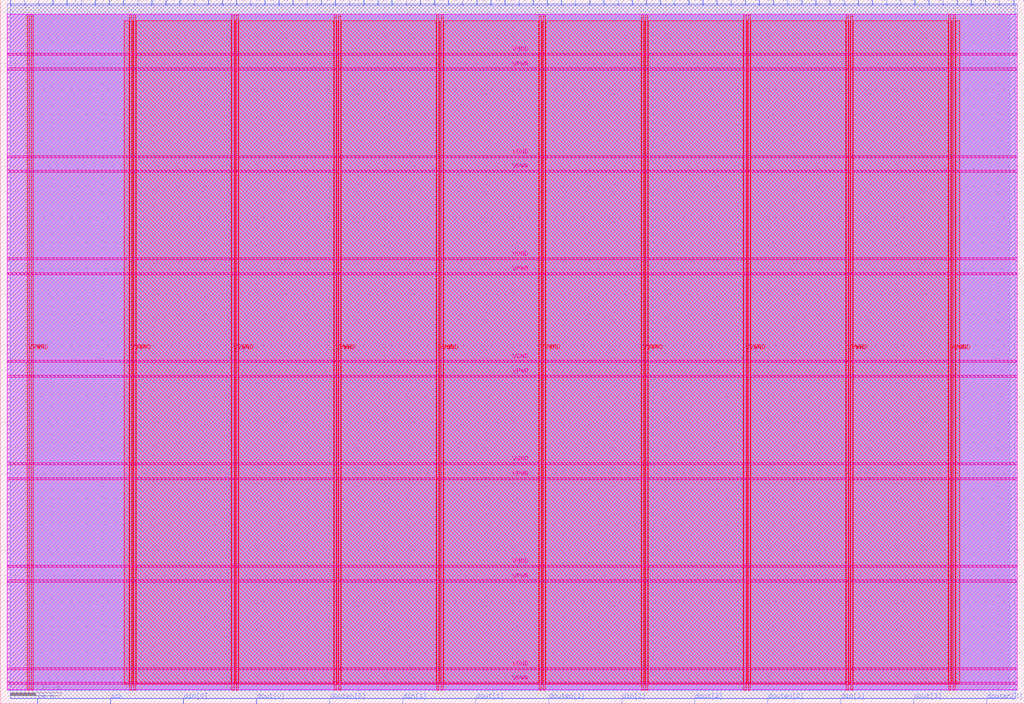
<source format=lef>
VERSION 5.7 ;
  NOWIREEXTENSIONATPIN ON ;
  DIVIDERCHAR "/" ;
  BUSBITCHARS "[]" ;
MACRO EF_QSPI_XIP_CTRL_AHBL
  CLASS BLOCK ;
  FOREIGN EF_QSPI_XIP_CTRL_AHBL ;
  ORIGIN 0.000 0.000 ;
  SIZE 800.000 BY 550.000 ;
  PIN HADDR[0]
    DIRECTION INPUT ;
    USE SIGNAL ;
    PORT
      LAYER met2 ;
        RECT 41.030 546.000 41.310 550.000 ;
    END
  END HADDR[0]
  PIN HADDR[10]
    DIRECTION INPUT ;
    USE SIGNAL ;
    ANTENNAGATEAREA 0.631200 ;
    ANTENNADIFFAREA 0.434700 ;
    PORT
      LAYER met2 ;
        RECT 151.430 546.000 151.710 550.000 ;
    END
  END HADDR[10]
  PIN HADDR[11]
    DIRECTION INPUT ;
    USE SIGNAL ;
    ANTENNAGATEAREA 0.631200 ;
    ANTENNADIFFAREA 0.434700 ;
    PORT
      LAYER met2 ;
        RECT 162.470 546.000 162.750 550.000 ;
    END
  END HADDR[11]
  PIN HADDR[12]
    DIRECTION INPUT ;
    USE SIGNAL ;
    ANTENNAGATEAREA 0.560700 ;
    ANTENNADIFFAREA 0.434700 ;
    PORT
      LAYER met2 ;
        RECT 173.510 546.000 173.790 550.000 ;
    END
  END HADDR[12]
  PIN HADDR[13]
    DIRECTION INPUT ;
    USE SIGNAL ;
    ANTENNAGATEAREA 0.631200 ;
    ANTENNADIFFAREA 0.434700 ;
    PORT
      LAYER met2 ;
        RECT 184.550 546.000 184.830 550.000 ;
    END
  END HADDR[13]
  PIN HADDR[14]
    DIRECTION INPUT ;
    USE SIGNAL ;
    ANTENNAGATEAREA 0.631200 ;
    ANTENNADIFFAREA 0.434700 ;
    PORT
      LAYER met2 ;
        RECT 195.590 546.000 195.870 550.000 ;
    END
  END HADDR[14]
  PIN HADDR[15]
    DIRECTION INPUT ;
    USE SIGNAL ;
    ANTENNAGATEAREA 0.631200 ;
    ANTENNADIFFAREA 0.434700 ;
    PORT
      LAYER met2 ;
        RECT 206.630 546.000 206.910 550.000 ;
    END
  END HADDR[15]
  PIN HADDR[16]
    DIRECTION INPUT ;
    USE SIGNAL ;
    ANTENNAGATEAREA 0.631200 ;
    ANTENNADIFFAREA 0.434700 ;
    PORT
      LAYER met2 ;
        RECT 217.670 546.000 217.950 550.000 ;
    END
  END HADDR[16]
  PIN HADDR[17]
    DIRECTION INPUT ;
    USE SIGNAL ;
    ANTENNAGATEAREA 0.647700 ;
    ANTENNADIFFAREA 0.434700 ;
    PORT
      LAYER met2 ;
        RECT 228.710 546.000 228.990 550.000 ;
    END
  END HADDR[17]
  PIN HADDR[18]
    DIRECTION INPUT ;
    USE SIGNAL ;
    ANTENNAGATEAREA 0.560700 ;
    ANTENNADIFFAREA 0.434700 ;
    PORT
      LAYER met2 ;
        RECT 239.750 546.000 240.030 550.000 ;
    END
  END HADDR[18]
  PIN HADDR[19]
    DIRECTION INPUT ;
    USE SIGNAL ;
    ANTENNAGATEAREA 0.560700 ;
    ANTENNADIFFAREA 0.434700 ;
    PORT
      LAYER met2 ;
        RECT 250.790 546.000 251.070 550.000 ;
    END
  END HADDR[19]
  PIN HADDR[1]
    DIRECTION INPUT ;
    USE SIGNAL ;
    PORT
      LAYER met2 ;
        RECT 52.070 546.000 52.350 550.000 ;
    END
  END HADDR[1]
  PIN HADDR[20]
    DIRECTION INPUT ;
    USE SIGNAL ;
    ANTENNAGATEAREA 0.631200 ;
    ANTENNADIFFAREA 0.434700 ;
    PORT
      LAYER met2 ;
        RECT 261.830 546.000 262.110 550.000 ;
    END
  END HADDR[20]
  PIN HADDR[21]
    DIRECTION INPUT ;
    USE SIGNAL ;
    ANTENNAGATEAREA 0.631200 ;
    ANTENNADIFFAREA 0.434700 ;
    PORT
      LAYER met2 ;
        RECT 272.870 546.000 273.150 550.000 ;
    END
  END HADDR[21]
  PIN HADDR[22]
    DIRECTION INPUT ;
    USE SIGNAL ;
    ANTENNAGATEAREA 0.647700 ;
    ANTENNADIFFAREA 0.434700 ;
    PORT
      LAYER met2 ;
        RECT 283.910 546.000 284.190 550.000 ;
    END
  END HADDR[22]
  PIN HADDR[23]
    DIRECTION INPUT ;
    USE SIGNAL ;
    ANTENNAGATEAREA 0.631200 ;
    ANTENNADIFFAREA 0.434700 ;
    PORT
      LAYER met2 ;
        RECT 294.950 546.000 295.230 550.000 ;
    END
  END HADDR[23]
  PIN HADDR[24]
    DIRECTION INPUT ;
    USE SIGNAL ;
    PORT
      LAYER met2 ;
        RECT 305.990 546.000 306.270 550.000 ;
    END
  END HADDR[24]
  PIN HADDR[25]
    DIRECTION INPUT ;
    USE SIGNAL ;
    PORT
      LAYER met2 ;
        RECT 317.030 546.000 317.310 550.000 ;
    END
  END HADDR[25]
  PIN HADDR[26]
    DIRECTION INPUT ;
    USE SIGNAL ;
    PORT
      LAYER met2 ;
        RECT 328.070 546.000 328.350 550.000 ;
    END
  END HADDR[26]
  PIN HADDR[27]
    DIRECTION INPUT ;
    USE SIGNAL ;
    PORT
      LAYER met2 ;
        RECT 339.110 546.000 339.390 550.000 ;
    END
  END HADDR[27]
  PIN HADDR[28]
    DIRECTION INPUT ;
    USE SIGNAL ;
    PORT
      LAYER met2 ;
        RECT 350.150 546.000 350.430 550.000 ;
    END
  END HADDR[28]
  PIN HADDR[29]
    DIRECTION INPUT ;
    USE SIGNAL ;
    PORT
      LAYER met2 ;
        RECT 361.190 546.000 361.470 550.000 ;
    END
  END HADDR[29]
  PIN HADDR[2]
    DIRECTION INPUT ;
    USE SIGNAL ;
    ANTENNAGATEAREA 0.631200 ;
    ANTENNADIFFAREA 0.434700 ;
    PORT
      LAYER met2 ;
        RECT 63.110 546.000 63.390 550.000 ;
    END
  END HADDR[2]
  PIN HADDR[30]
    DIRECTION INPUT ;
    USE SIGNAL ;
    PORT
      LAYER met2 ;
        RECT 372.230 546.000 372.510 550.000 ;
    END
  END HADDR[30]
  PIN HADDR[31]
    DIRECTION INPUT ;
    USE SIGNAL ;
    PORT
      LAYER met2 ;
        RECT 383.270 546.000 383.550 550.000 ;
    END
  END HADDR[31]
  PIN HADDR[3]
    DIRECTION INPUT ;
    USE SIGNAL ;
    ANTENNAGATEAREA 0.647700 ;
    ANTENNADIFFAREA 0.434700 ;
    PORT
      LAYER met2 ;
        RECT 74.150 546.000 74.430 550.000 ;
    END
  END HADDR[3]
  PIN HADDR[4]
    DIRECTION INPUT ;
    USE SIGNAL ;
    ANTENNAGATEAREA 0.647700 ;
    ANTENNADIFFAREA 0.434700 ;
    PORT
      LAYER met2 ;
        RECT 85.190 546.000 85.470 550.000 ;
    END
  END HADDR[4]
  PIN HADDR[5]
    DIRECTION INPUT ;
    USE SIGNAL ;
    ANTENNAGATEAREA 3.563400 ;
    ANTENNADIFFAREA 0.869400 ;
    PORT
      LAYER met2 ;
        RECT 96.230 546.000 96.510 550.000 ;
    END
  END HADDR[5]
  PIN HADDR[6]
    DIRECTION INPUT ;
    USE SIGNAL ;
    ANTENNAGATEAREA 0.682200 ;
    ANTENNADIFFAREA 0.434700 ;
    PORT
      LAYER met2 ;
        RECT 107.270 546.000 107.550 550.000 ;
    END
  END HADDR[6]
  PIN HADDR[7]
    DIRECTION INPUT ;
    USE SIGNAL ;
    ANTENNAGATEAREA 1.424700 ;
    ANTENNADIFFAREA 0.434700 ;
    PORT
      LAYER met2 ;
        RECT 118.310 546.000 118.590 550.000 ;
    END
  END HADDR[7]
  PIN HADDR[8]
    DIRECTION INPUT ;
    USE SIGNAL ;
    ANTENNAGATEAREA 0.647700 ;
    ANTENNADIFFAREA 0.434700 ;
    PORT
      LAYER met2 ;
        RECT 129.350 546.000 129.630 550.000 ;
    END
  END HADDR[8]
  PIN HADDR[9]
    DIRECTION INPUT ;
    USE SIGNAL ;
    ANTENNAGATEAREA 0.631200 ;
    ANTENNADIFFAREA 0.434700 ;
    PORT
      LAYER met2 ;
        RECT 140.390 546.000 140.670 550.000 ;
    END
  END HADDR[9]
  PIN HCLK
    DIRECTION INPUT ;
    USE SIGNAL ;
    ANTENNAGATEAREA 1.286700 ;
    ANTENNADIFFAREA 0.434700 ;
    PORT
      LAYER met2 ;
        RECT 7.910 546.000 8.190 550.000 ;
    END
  END HCLK
  PIN HRDATA[0]
    DIRECTION OUTPUT ;
    USE SIGNAL ;
    ANTENNAGATEAREA 0.434700 ;
    ANTENNADIFFAREA 3.107700 ;
    PORT
      LAYER met2 ;
        RECT 449.510 546.000 449.790 550.000 ;
    END
  END HRDATA[0]
  PIN HRDATA[10]
    DIRECTION OUTPUT ;
    USE SIGNAL ;
    ANTENNAGATEAREA 0.434700 ;
    ANTENNADIFFAREA 3.107700 ;
    PORT
      LAYER met2 ;
        RECT 559.910 546.000 560.190 550.000 ;
    END
  END HRDATA[10]
  PIN HRDATA[11]
    DIRECTION OUTPUT ;
    USE SIGNAL ;
    ANTENNAGATEAREA 0.434700 ;
    ANTENNADIFFAREA 3.107700 ;
    PORT
      LAYER met2 ;
        RECT 570.950 546.000 571.230 550.000 ;
    END
  END HRDATA[11]
  PIN HRDATA[12]
    DIRECTION OUTPUT ;
    USE SIGNAL ;
    ANTENNAGATEAREA 0.434700 ;
    ANTENNADIFFAREA 3.107700 ;
    PORT
      LAYER met2 ;
        RECT 581.990 546.000 582.270 550.000 ;
    END
  END HRDATA[12]
  PIN HRDATA[13]
    DIRECTION OUTPUT ;
    USE SIGNAL ;
    ANTENNAGATEAREA 0.434700 ;
    ANTENNADIFFAREA 3.107700 ;
    PORT
      LAYER met2 ;
        RECT 593.030 546.000 593.310 550.000 ;
    END
  END HRDATA[13]
  PIN HRDATA[14]
    DIRECTION OUTPUT ;
    USE SIGNAL ;
    ANTENNAGATEAREA 0.434700 ;
    ANTENNADIFFAREA 3.107700 ;
    PORT
      LAYER met2 ;
        RECT 604.070 546.000 604.350 550.000 ;
    END
  END HRDATA[14]
  PIN HRDATA[15]
    DIRECTION OUTPUT ;
    USE SIGNAL ;
    ANTENNAGATEAREA 0.434700 ;
    ANTENNADIFFAREA 3.107700 ;
    PORT
      LAYER met2 ;
        RECT 615.110 546.000 615.390 550.000 ;
    END
  END HRDATA[15]
  PIN HRDATA[16]
    DIRECTION OUTPUT ;
    USE SIGNAL ;
    ANTENNAGATEAREA 0.434700 ;
    ANTENNADIFFAREA 3.107700 ;
    PORT
      LAYER met2 ;
        RECT 626.150 546.000 626.430 550.000 ;
    END
  END HRDATA[16]
  PIN HRDATA[17]
    DIRECTION OUTPUT ;
    USE SIGNAL ;
    ANTENNAGATEAREA 0.434700 ;
    ANTENNADIFFAREA 3.107700 ;
    PORT
      LAYER met2 ;
        RECT 637.190 546.000 637.470 550.000 ;
    END
  END HRDATA[17]
  PIN HRDATA[18]
    DIRECTION OUTPUT ;
    USE SIGNAL ;
    ANTENNAGATEAREA 0.434700 ;
    ANTENNADIFFAREA 3.107700 ;
    PORT
      LAYER met2 ;
        RECT 648.230 546.000 648.510 550.000 ;
    END
  END HRDATA[18]
  PIN HRDATA[19]
    DIRECTION OUTPUT ;
    USE SIGNAL ;
    ANTENNAGATEAREA 0.434700 ;
    ANTENNADIFFAREA 3.107700 ;
    PORT
      LAYER met2 ;
        RECT 659.270 546.000 659.550 550.000 ;
    END
  END HRDATA[19]
  PIN HRDATA[1]
    DIRECTION OUTPUT ;
    USE SIGNAL ;
    ANTENNAGATEAREA 0.434700 ;
    ANTENNADIFFAREA 3.107700 ;
    PORT
      LAYER met2 ;
        RECT 460.550 546.000 460.830 550.000 ;
    END
  END HRDATA[1]
  PIN HRDATA[20]
    DIRECTION OUTPUT ;
    USE SIGNAL ;
    ANTENNAGATEAREA 0.434700 ;
    ANTENNADIFFAREA 3.107700 ;
    PORT
      LAYER met2 ;
        RECT 670.310 546.000 670.590 550.000 ;
    END
  END HRDATA[20]
  PIN HRDATA[21]
    DIRECTION OUTPUT ;
    USE SIGNAL ;
    ANTENNAGATEAREA 0.434700 ;
    ANTENNADIFFAREA 3.107700 ;
    PORT
      LAYER met2 ;
        RECT 681.350 546.000 681.630 550.000 ;
    END
  END HRDATA[21]
  PIN HRDATA[22]
    DIRECTION OUTPUT ;
    USE SIGNAL ;
    ANTENNAGATEAREA 0.434700 ;
    ANTENNADIFFAREA 3.107700 ;
    PORT
      LAYER met2 ;
        RECT 692.390 546.000 692.670 550.000 ;
    END
  END HRDATA[22]
  PIN HRDATA[23]
    DIRECTION OUTPUT ;
    USE SIGNAL ;
    ANTENNAGATEAREA 0.434700 ;
    ANTENNADIFFAREA 3.107700 ;
    PORT
      LAYER met2 ;
        RECT 703.430 546.000 703.710 550.000 ;
    END
  END HRDATA[23]
  PIN HRDATA[24]
    DIRECTION OUTPUT ;
    USE SIGNAL ;
    ANTENNAGATEAREA 0.434700 ;
    ANTENNADIFFAREA 3.107700 ;
    PORT
      LAYER met2 ;
        RECT 714.470 546.000 714.750 550.000 ;
    END
  END HRDATA[24]
  PIN HRDATA[25]
    DIRECTION OUTPUT ;
    USE SIGNAL ;
    ANTENNAGATEAREA 0.434700 ;
    ANTENNADIFFAREA 3.107700 ;
    PORT
      LAYER met2 ;
        RECT 725.510 546.000 725.790 550.000 ;
    END
  END HRDATA[25]
  PIN HRDATA[26]
    DIRECTION OUTPUT ;
    USE SIGNAL ;
    ANTENNAGATEAREA 0.434700 ;
    ANTENNADIFFAREA 3.107700 ;
    PORT
      LAYER met2 ;
        RECT 736.550 546.000 736.830 550.000 ;
    END
  END HRDATA[26]
  PIN HRDATA[27]
    DIRECTION OUTPUT ;
    USE SIGNAL ;
    ANTENNAGATEAREA 0.434700 ;
    ANTENNADIFFAREA 3.107700 ;
    PORT
      LAYER met2 ;
        RECT 747.590 546.000 747.870 550.000 ;
    END
  END HRDATA[27]
  PIN HRDATA[28]
    DIRECTION OUTPUT ;
    USE SIGNAL ;
    ANTENNAGATEAREA 0.434700 ;
    ANTENNADIFFAREA 3.107700 ;
    PORT
      LAYER met2 ;
        RECT 758.630 546.000 758.910 550.000 ;
    END
  END HRDATA[28]
  PIN HRDATA[29]
    DIRECTION OUTPUT ;
    USE SIGNAL ;
    ANTENNAGATEAREA 0.434700 ;
    ANTENNADIFFAREA 3.107700 ;
    PORT
      LAYER met2 ;
        RECT 769.670 546.000 769.950 550.000 ;
    END
  END HRDATA[29]
  PIN HRDATA[2]
    DIRECTION OUTPUT ;
    USE SIGNAL ;
    ANTENNAGATEAREA 0.434700 ;
    ANTENNADIFFAREA 3.107700 ;
    PORT
      LAYER met2 ;
        RECT 471.590 546.000 471.870 550.000 ;
    END
  END HRDATA[2]
  PIN HRDATA[30]
    DIRECTION OUTPUT ;
    USE SIGNAL ;
    ANTENNAGATEAREA 0.434700 ;
    ANTENNADIFFAREA 3.107700 ;
    PORT
      LAYER met2 ;
        RECT 780.710 546.000 780.990 550.000 ;
    END
  END HRDATA[30]
  PIN HRDATA[31]
    DIRECTION OUTPUT ;
    USE SIGNAL ;
    ANTENNAGATEAREA 0.434700 ;
    ANTENNADIFFAREA 3.107700 ;
    PORT
      LAYER met2 ;
        RECT 791.750 546.000 792.030 550.000 ;
    END
  END HRDATA[31]
  PIN HRDATA[3]
    DIRECTION OUTPUT ;
    USE SIGNAL ;
    ANTENNAGATEAREA 0.434700 ;
    ANTENNADIFFAREA 3.107700 ;
    PORT
      LAYER met2 ;
        RECT 482.630 546.000 482.910 550.000 ;
    END
  END HRDATA[3]
  PIN HRDATA[4]
    DIRECTION OUTPUT ;
    USE SIGNAL ;
    ANTENNAGATEAREA 0.434700 ;
    ANTENNADIFFAREA 3.107700 ;
    PORT
      LAYER met2 ;
        RECT 493.670 546.000 493.950 550.000 ;
    END
  END HRDATA[4]
  PIN HRDATA[5]
    DIRECTION OUTPUT ;
    USE SIGNAL ;
    ANTENNAGATEAREA 0.434700 ;
    ANTENNADIFFAREA 3.107700 ;
    PORT
      LAYER met2 ;
        RECT 504.710 546.000 504.990 550.000 ;
    END
  END HRDATA[5]
  PIN HRDATA[6]
    DIRECTION OUTPUT ;
    USE SIGNAL ;
    ANTENNAGATEAREA 0.434700 ;
    ANTENNADIFFAREA 3.107700 ;
    PORT
      LAYER met2 ;
        RECT 515.750 546.000 516.030 550.000 ;
    END
  END HRDATA[6]
  PIN HRDATA[7]
    DIRECTION OUTPUT ;
    USE SIGNAL ;
    ANTENNAGATEAREA 0.434700 ;
    ANTENNADIFFAREA 3.107700 ;
    PORT
      LAYER met2 ;
        RECT 526.790 546.000 527.070 550.000 ;
    END
  END HRDATA[7]
  PIN HRDATA[8]
    DIRECTION OUTPUT ;
    USE SIGNAL ;
    ANTENNAGATEAREA 0.434700 ;
    ANTENNADIFFAREA 3.107700 ;
    PORT
      LAYER met2 ;
        RECT 537.830 546.000 538.110 550.000 ;
    END
  END HRDATA[8]
  PIN HRDATA[9]
    DIRECTION OUTPUT ;
    USE SIGNAL ;
    ANTENNAGATEAREA 0.434700 ;
    ANTENNADIFFAREA 3.107700 ;
    PORT
      LAYER met2 ;
        RECT 548.870 546.000 549.150 550.000 ;
    END
  END HRDATA[9]
  PIN HREADY
    DIRECTION INPUT ;
    USE SIGNAL ;
    ANTENNAGATEAREA 0.682200 ;
    ANTENNADIFFAREA 0.434700 ;
    PORT
      LAYER met2 ;
        RECT 427.430 546.000 427.710 550.000 ;
    END
  END HREADY
  PIN HREADYOUT
    DIRECTION OUTPUT ;
    USE SIGNAL ;
    ANTENNAGATEAREA 0.434700 ;
    ANTENNADIFFAREA 3.107700 ;
    PORT
      LAYER met2 ;
        RECT 438.470 546.000 438.750 550.000 ;
    END
  END HREADYOUT
  PIN HRESETn
    DIRECTION INPUT ;
    USE SIGNAL ;
    ANTENNAGATEAREA 0.647700 ;
    ANTENNADIFFAREA 0.434700 ;
    PORT
      LAYER met2 ;
        RECT 18.950 546.000 19.230 550.000 ;
    END
  END HRESETn
  PIN HSEL
    DIRECTION INPUT ;
    USE SIGNAL ;
    ANTENNAGATEAREA 0.631200 ;
    ANTENNADIFFAREA 0.434700 ;
    PORT
      LAYER met2 ;
        RECT 29.990 546.000 30.270 550.000 ;
    END
  END HSEL
  PIN HTRANS[0]
    DIRECTION INPUT ;
    USE SIGNAL ;
    PORT
      LAYER met2 ;
        RECT 394.310 546.000 394.590 550.000 ;
    END
  END HTRANS[0]
  PIN HTRANS[1]
    DIRECTION INPUT ;
    USE SIGNAL ;
    ANTENNAGATEAREA 0.647700 ;
    ANTENNADIFFAREA 0.434700 ;
    PORT
      LAYER met2 ;
        RECT 405.350 546.000 405.630 550.000 ;
    END
  END HTRANS[1]
  PIN HWRITE
    DIRECTION INPUT ;
    USE SIGNAL ;
    PORT
      LAYER met2 ;
        RECT 416.390 546.000 416.670 550.000 ;
    END
  END HWRITE
  PIN VGND
    DIRECTION INOUT ;
    USE GROUND ;
    PORT
      LAYER met4 ;
        RECT 24.340 10.640 25.940 538.800 ;
    END
    PORT
      LAYER met4 ;
        RECT 104.340 10.640 105.940 538.800 ;
    END
    PORT
      LAYER met4 ;
        RECT 184.340 10.640 185.940 538.800 ;
    END
    PORT
      LAYER met4 ;
        RECT 264.340 10.640 265.940 538.800 ;
    END
    PORT
      LAYER met4 ;
        RECT 344.340 10.640 345.940 538.800 ;
    END
    PORT
      LAYER met4 ;
        RECT 424.340 10.640 425.940 538.800 ;
    END
    PORT
      LAYER met4 ;
        RECT 504.340 10.640 505.940 538.800 ;
    END
    PORT
      LAYER met4 ;
        RECT 584.340 10.640 585.940 538.800 ;
    END
    PORT
      LAYER met4 ;
        RECT 664.340 10.640 665.940 538.800 ;
    END
    PORT
      LAYER met4 ;
        RECT 744.340 10.640 745.940 538.800 ;
    END
    PORT
      LAYER met5 ;
        RECT 5.280 26.680 794.660 28.280 ;
    END
    PORT
      LAYER met5 ;
        RECT 5.280 106.680 794.660 108.280 ;
    END
    PORT
      LAYER met5 ;
        RECT 5.280 186.680 794.660 188.280 ;
    END
    PORT
      LAYER met5 ;
        RECT 5.280 266.680 794.660 268.280 ;
    END
    PORT
      LAYER met5 ;
        RECT 5.280 346.680 794.660 348.280 ;
    END
    PORT
      LAYER met5 ;
        RECT 5.280 426.680 794.660 428.280 ;
    END
    PORT
      LAYER met5 ;
        RECT 5.280 506.680 794.660 508.280 ;
    END
  END VGND
  PIN VPWR
    DIRECTION INOUT ;
    USE POWER ;
    PORT
      LAYER met4 ;
        RECT 21.040 10.640 22.640 538.800 ;
    END
    PORT
      LAYER met4 ;
        RECT 101.040 10.640 102.640 538.800 ;
    END
    PORT
      LAYER met4 ;
        RECT 181.040 10.640 182.640 538.800 ;
    END
    PORT
      LAYER met4 ;
        RECT 261.040 10.640 262.640 538.800 ;
    END
    PORT
      LAYER met4 ;
        RECT 341.040 10.640 342.640 538.800 ;
    END
    PORT
      LAYER met4 ;
        RECT 421.040 10.640 422.640 538.800 ;
    END
    PORT
      LAYER met4 ;
        RECT 501.040 10.640 502.640 538.800 ;
    END
    PORT
      LAYER met4 ;
        RECT 581.040 10.640 582.640 538.800 ;
    END
    PORT
      LAYER met4 ;
        RECT 661.040 10.640 662.640 538.800 ;
    END
    PORT
      LAYER met4 ;
        RECT 741.040 10.640 742.640 538.800 ;
    END
    PORT
      LAYER met5 ;
        RECT 5.280 15.080 794.660 16.680 ;
    END
    PORT
      LAYER met5 ;
        RECT 5.280 95.080 794.660 96.680 ;
    END
    PORT
      LAYER met5 ;
        RECT 5.280 175.080 794.660 176.680 ;
    END
    PORT
      LAYER met5 ;
        RECT 5.280 255.080 794.660 256.680 ;
    END
    PORT
      LAYER met5 ;
        RECT 5.280 335.080 794.660 336.680 ;
    END
    PORT
      LAYER met5 ;
        RECT 5.280 415.080 794.660 416.680 ;
    END
    PORT
      LAYER met5 ;
        RECT 5.280 495.080 794.660 496.680 ;
    END
  END VPWR
  PIN ce_n
    DIRECTION OUTPUT ;
    USE SIGNAL ;
    ANTENNAGATEAREA 0.434700 ;
    ANTENNADIFFAREA 3.107700 ;
    PORT
      LAYER met2 ;
        RECT 29.070 0.000 29.350 4.000 ;
    END
  END ce_n
  PIN din[0]
    DIRECTION INPUT ;
    USE SIGNAL ;
    ANTENNAGATEAREA 0.593700 ;
    ANTENNADIFFAREA 0.434700 ;
    PORT
      LAYER met2 ;
        RECT 143.150 0.000 143.430 4.000 ;
    END
  END din[0]
  PIN din[1]
    DIRECTION INPUT ;
    USE SIGNAL ;
    ANTENNAGATEAREA 0.593700 ;
    ANTENNADIFFAREA 0.434700 ;
    PORT
      LAYER met2 ;
        RECT 314.270 0.000 314.550 4.000 ;
    END
  END din[1]
  PIN din[2]
    DIRECTION INPUT ;
    USE SIGNAL ;
    ANTENNAGATEAREA 0.682200 ;
    ANTENNADIFFAREA 0.434700 ;
    PORT
      LAYER met2 ;
        RECT 485.390 0.000 485.670 4.000 ;
    END
  END din[2]
  PIN din[3]
    DIRECTION INPUT ;
    USE SIGNAL ;
    ANTENNAGATEAREA 0.593700 ;
    ANTENNADIFFAREA 0.434700 ;
    PORT
      LAYER met2 ;
        RECT 656.510 0.000 656.790 4.000 ;
    END
  END din[3]
  PIN dout[0]
    DIRECTION OUTPUT ;
    USE SIGNAL ;
    ANTENNAGATEAREA 0.434700 ;
    ANTENNADIFFAREA 3.107700 ;
    PORT
      LAYER met2 ;
        RECT 200.190 0.000 200.470 4.000 ;
    END
  END dout[0]
  PIN dout[1]
    DIRECTION OUTPUT ;
    USE SIGNAL ;
    ANTENNAGATEAREA 0.434700 ;
    ANTENNADIFFAREA 3.107700 ;
    PORT
      LAYER met2 ;
        RECT 371.310 0.000 371.590 4.000 ;
    END
  END dout[1]
  PIN dout[2]
    DIRECTION OUTPUT ;
    USE SIGNAL ;
    ANTENNAGATEAREA 0.434700 ;
    ANTENNADIFFAREA 3.107700 ;
    PORT
      LAYER met2 ;
        RECT 542.430 0.000 542.710 4.000 ;
    END
  END dout[2]
  PIN dout[3]
    DIRECTION OUTPUT ;
    USE SIGNAL ;
    ANTENNAGATEAREA 0.434700 ;
    ANTENNADIFFAREA 3.107700 ;
    PORT
      LAYER met2 ;
        RECT 713.550 0.000 713.830 4.000 ;
    END
  END dout[3]
  PIN douten[0]
    DIRECTION OUTPUT ;
    USE SIGNAL ;
    ANTENNAGATEAREA 0.434700 ;
    ANTENNADIFFAREA 3.107700 ;
    PORT
      LAYER met2 ;
        RECT 257.230 0.000 257.510 4.000 ;
    END
  END douten[0]
  PIN douten[1]
    DIRECTION OUTPUT ;
    USE SIGNAL ;
    ANTENNAGATEAREA 0.434700 ;
    ANTENNADIFFAREA 3.107700 ;
    PORT
      LAYER met2 ;
        RECT 428.350 0.000 428.630 4.000 ;
    END
  END douten[1]
  PIN douten[2]
    DIRECTION OUTPUT ;
    USE SIGNAL ;
    ANTENNAGATEAREA 0.434700 ;
    ANTENNADIFFAREA 3.107700 ;
    PORT
      LAYER met2 ;
        RECT 599.470 0.000 599.750 4.000 ;
    END
  END douten[2]
  PIN douten[3]
    DIRECTION OUTPUT ;
    USE SIGNAL ;
    ANTENNAGATEAREA 0.434700 ;
    ANTENNADIFFAREA 3.107700 ;
    PORT
      LAYER met2 ;
        RECT 770.590 0.000 770.870 4.000 ;
    END
  END douten[3]
  PIN sck
    DIRECTION OUTPUT ;
    USE SIGNAL ;
    ANTENNAGATEAREA 0.434700 ;
    ANTENNADIFFAREA 3.107700 ;
    PORT
      LAYER met2 ;
        RECT 86.110 0.000 86.390 4.000 ;
    END
  END sck
  OBS
      LAYER nwell ;
        RECT 5.330 10.795 794.610 538.645 ;
      LAYER li1 ;
        RECT 5.520 10.795 794.420 538.645 ;
      LAYER met1 ;
        RECT 5.520 10.640 794.420 546.680 ;
      LAYER met2 ;
        RECT 8.470 545.720 18.670 546.710 ;
        RECT 19.510 545.720 29.710 546.710 ;
        RECT 30.550 545.720 40.750 546.710 ;
        RECT 41.590 545.720 51.790 546.710 ;
        RECT 52.630 545.720 62.830 546.710 ;
        RECT 63.670 545.720 73.870 546.710 ;
        RECT 74.710 545.720 84.910 546.710 ;
        RECT 85.750 545.720 95.950 546.710 ;
        RECT 96.790 545.720 106.990 546.710 ;
        RECT 107.830 545.720 118.030 546.710 ;
        RECT 118.870 545.720 129.070 546.710 ;
        RECT 129.910 545.720 140.110 546.710 ;
        RECT 140.950 545.720 151.150 546.710 ;
        RECT 151.990 545.720 162.190 546.710 ;
        RECT 163.030 545.720 173.230 546.710 ;
        RECT 174.070 545.720 184.270 546.710 ;
        RECT 185.110 545.720 195.310 546.710 ;
        RECT 196.150 545.720 206.350 546.710 ;
        RECT 207.190 545.720 217.390 546.710 ;
        RECT 218.230 545.720 228.430 546.710 ;
        RECT 229.270 545.720 239.470 546.710 ;
        RECT 240.310 545.720 250.510 546.710 ;
        RECT 251.350 545.720 261.550 546.710 ;
        RECT 262.390 545.720 272.590 546.710 ;
        RECT 273.430 545.720 283.630 546.710 ;
        RECT 284.470 545.720 294.670 546.710 ;
        RECT 295.510 545.720 305.710 546.710 ;
        RECT 306.550 545.720 316.750 546.710 ;
        RECT 317.590 545.720 327.790 546.710 ;
        RECT 328.630 545.720 338.830 546.710 ;
        RECT 339.670 545.720 349.870 546.710 ;
        RECT 350.710 545.720 360.910 546.710 ;
        RECT 361.750 545.720 371.950 546.710 ;
        RECT 372.790 545.720 382.990 546.710 ;
        RECT 383.830 545.720 394.030 546.710 ;
        RECT 394.870 545.720 405.070 546.710 ;
        RECT 405.910 545.720 416.110 546.710 ;
        RECT 416.950 545.720 427.150 546.710 ;
        RECT 427.990 545.720 438.190 546.710 ;
        RECT 439.030 545.720 449.230 546.710 ;
        RECT 450.070 545.720 460.270 546.710 ;
        RECT 461.110 545.720 471.310 546.710 ;
        RECT 472.150 545.720 482.350 546.710 ;
        RECT 483.190 545.720 493.390 546.710 ;
        RECT 494.230 545.720 504.430 546.710 ;
        RECT 505.270 545.720 515.470 546.710 ;
        RECT 516.310 545.720 526.510 546.710 ;
        RECT 527.350 545.720 537.550 546.710 ;
        RECT 538.390 545.720 548.590 546.710 ;
        RECT 549.430 545.720 559.630 546.710 ;
        RECT 560.470 545.720 570.670 546.710 ;
        RECT 571.510 545.720 581.710 546.710 ;
        RECT 582.550 545.720 592.750 546.710 ;
        RECT 593.590 545.720 603.790 546.710 ;
        RECT 604.630 545.720 614.830 546.710 ;
        RECT 615.670 545.720 625.870 546.710 ;
        RECT 626.710 545.720 636.910 546.710 ;
        RECT 637.750 545.720 647.950 546.710 ;
        RECT 648.790 545.720 658.990 546.710 ;
        RECT 659.830 545.720 670.030 546.710 ;
        RECT 670.870 545.720 681.070 546.710 ;
        RECT 681.910 545.720 692.110 546.710 ;
        RECT 692.950 545.720 703.150 546.710 ;
        RECT 703.990 545.720 714.190 546.710 ;
        RECT 715.030 545.720 725.230 546.710 ;
        RECT 726.070 545.720 736.270 546.710 ;
        RECT 737.110 545.720 747.310 546.710 ;
        RECT 748.150 545.720 758.350 546.710 ;
        RECT 759.190 545.720 769.390 546.710 ;
        RECT 770.230 545.720 780.430 546.710 ;
        RECT 781.270 545.720 791.470 546.710 ;
        RECT 792.310 545.720 792.940 546.710 ;
        RECT 7.980 4.280 792.940 545.720 ;
        RECT 7.980 4.000 28.790 4.280 ;
        RECT 29.630 4.000 85.830 4.280 ;
        RECT 86.670 4.000 142.870 4.280 ;
        RECT 143.710 4.000 199.910 4.280 ;
        RECT 200.750 4.000 256.950 4.280 ;
        RECT 257.790 4.000 313.990 4.280 ;
        RECT 314.830 4.000 371.030 4.280 ;
        RECT 371.870 4.000 428.070 4.280 ;
        RECT 428.910 4.000 485.110 4.280 ;
        RECT 485.950 4.000 542.150 4.280 ;
        RECT 542.990 4.000 599.190 4.280 ;
        RECT 600.030 4.000 656.230 4.280 ;
        RECT 657.070 4.000 713.270 4.280 ;
        RECT 714.110 4.000 770.310 4.280 ;
        RECT 771.150 4.000 792.940 4.280 ;
      LAYER met3 ;
        RECT 21.050 10.715 788.835 538.725 ;
      LAYER met4 ;
        RECT 96.895 15.815 100.640 533.625 ;
        RECT 103.040 15.815 103.940 533.625 ;
        RECT 106.340 15.815 180.640 533.625 ;
        RECT 183.040 15.815 183.940 533.625 ;
        RECT 186.340 15.815 260.640 533.625 ;
        RECT 263.040 15.815 263.940 533.625 ;
        RECT 266.340 15.815 340.640 533.625 ;
        RECT 343.040 15.815 343.940 533.625 ;
        RECT 346.340 15.815 420.640 533.625 ;
        RECT 423.040 15.815 423.940 533.625 ;
        RECT 426.340 15.815 500.640 533.625 ;
        RECT 503.040 15.815 503.940 533.625 ;
        RECT 506.340 15.815 580.640 533.625 ;
        RECT 583.040 15.815 583.940 533.625 ;
        RECT 586.340 15.815 660.640 533.625 ;
        RECT 663.040 15.815 663.940 533.625 ;
        RECT 666.340 15.815 740.640 533.625 ;
        RECT 743.040 15.815 743.940 533.625 ;
        RECT 746.340 15.815 749.505 533.625 ;
  END
END EF_QSPI_XIP_CTRL_AHBL
END LIBRARY


</source>
